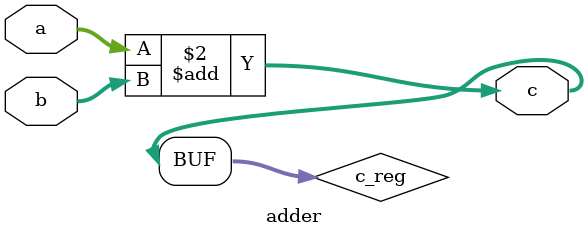
<source format=v>
`timescale 1ns / 1ps

module adder(
        input [bits:0] a,
        input [bits:0] b,
        output [bits:0] c
    );
    parameter bits = 32;
    reg [bits:0] c_reg;
    always @(a or b)
    begin
        c_reg = a + b;
    end
    assign c =c_reg;
    
endmodule

</source>
